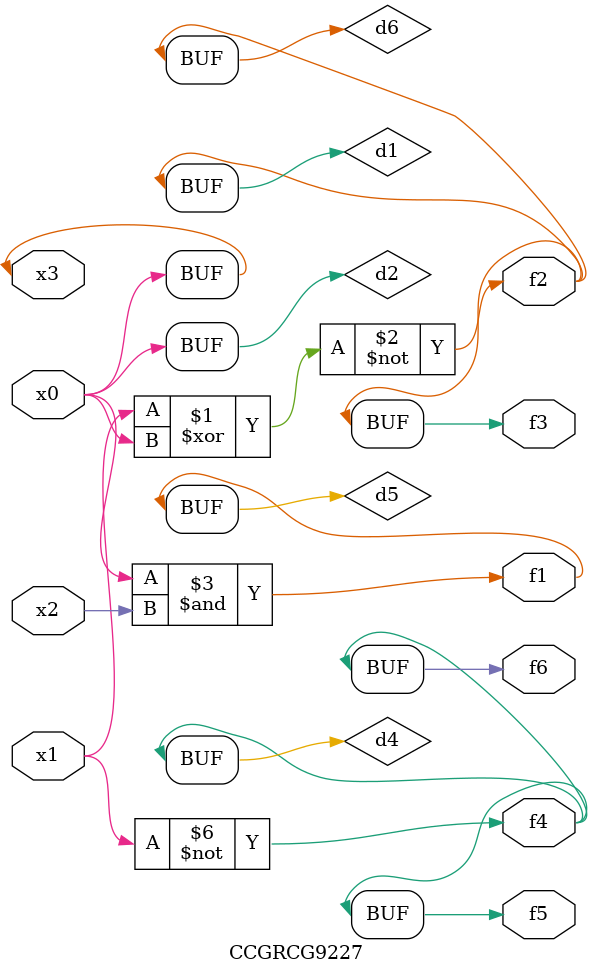
<source format=v>
module CCGRCG9227(
	input x0, x1, x2, x3,
	output f1, f2, f3, f4, f5, f6
);

	wire d1, d2, d3, d4, d5, d6;

	xnor (d1, x1, x3);
	buf (d2, x0, x3);
	nand (d3, x0, x2);
	not (d4, x1);
	nand (d5, d3);
	or (d6, d1);
	assign f1 = d5;
	assign f2 = d6;
	assign f3 = d6;
	assign f4 = d4;
	assign f5 = d4;
	assign f6 = d4;
endmodule

</source>
